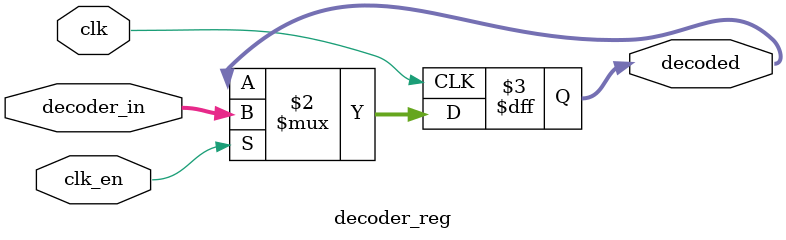
<source format=sv>
module decoder_gated #(WIDTH=3) (
    input clk,
    input clk_en,
    input [WIDTH-1:0] addr,
    output [7:0] decoded
);

    wire [7:0] decoder_out;
    wire [7:0] decoded_next;

    decoder_core #(.WIDTH(WIDTH)) u_decoder_core (
        .addr(addr),
        .decoded(decoder_out)
    );

    decoder_reg #(.WIDTH(WIDTH)) u_decoder_reg (
        .clk(clk),
        .clk_en(clk_en),
        .decoder_in(decoder_out),
        .decoded(decoded)
    );

endmodule

module decoder_core #(WIDTH=3) (
    input [WIDTH-1:0] addr,
    output [7:0] decoded
);
    assign decoded = 1 << addr;
endmodule

module decoder_reg #(WIDTH=3) (
    input clk,
    input clk_en,
    input [7:0] decoder_in,
    output reg [7:0] decoded
);
    always @(posedge clk) begin
        decoded <= clk_en ? decoder_in : decoded;
    end
endmodule
</source>
